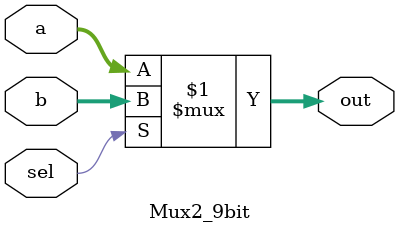
<source format=v>
module Mux2_9bit(a, b, sel, out);
    parameter LEN = 9;

    input[LEN - 1:0] a, b;
    input sel;
    output[LEN - 1:0] out;
    
    assign out = sel ? b : a;
endmodule
</source>
